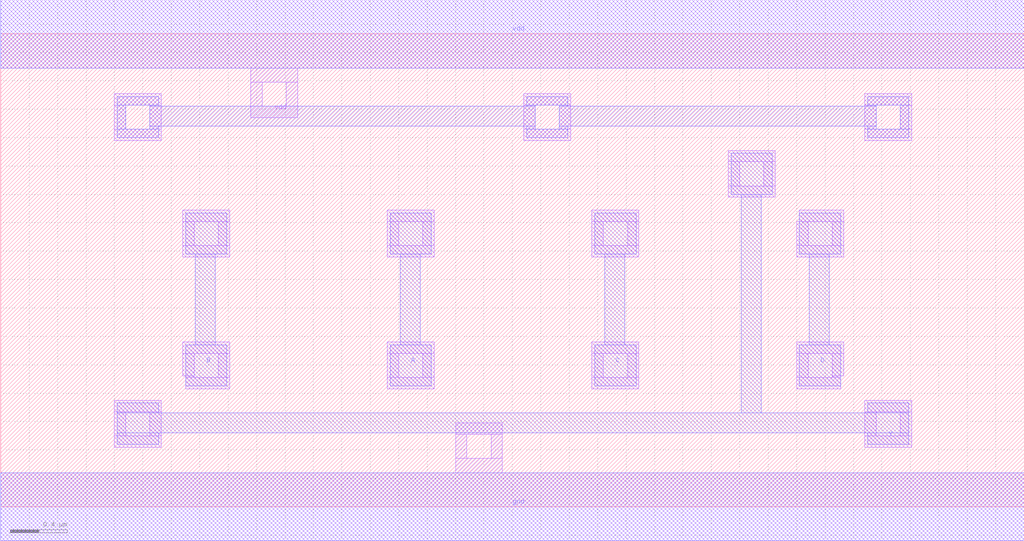
<source format=lef>
VERSION 5.7 ;
  NOWIREEXTENSIONATPIN ON ;
  DIVIDERCHAR "/" ;
  BUSBITCHARS "[]" ;
MACRO AOI22X1
  CLASS CORE ;
  FOREIGN AOI22X1 ;
  ORIGIN 0.000 0.000 ;
  SIZE 7.200 BY 3.330 ;
  SYMMETRY X Y R90 ;
  SITE unit ;
  PIN vdd
    DIRECTION INOUT ;
    USE POWER ;
    SHAPE ABUTMENT ;
    PORT
      LAYER met1 ;
        RECT 0.000 3.090 7.200 3.570 ;
    END
    PORT
      LAYER li1 ;
        RECT 0.000 3.090 7.200 3.570 ;
        RECT 1.760 2.990 2.090 3.090 ;
        RECT 1.760 2.820 1.840 2.990 ;
        RECT 2.010 2.820 2.090 2.990 ;
        RECT 1.760 2.740 2.090 2.820 ;
    END
  END vdd
  PIN gnd
    DIRECTION INOUT ;
    USE GROUND ;
    SHAPE ABUTMENT ;
    PORT
      LAYER met1 ;
        RECT 0.000 -0.240 7.200 0.240 ;
    END
    PORT
      LAYER li1 ;
        RECT 3.200 0.510 3.530 0.590 ;
        RECT 3.200 0.340 3.280 0.510 ;
        RECT 3.450 0.340 3.530 0.510 ;
        RECT 3.200 0.240 3.530 0.340 ;
        RECT 0.000 -0.240 7.200 0.240 ;
    END
  END gnd
  PIN Y
    DIRECTION INOUT ;
    USE SIGNAL ;
    SHAPE ABUTMENT ;
    PORT
      LAYER met1 ;
        RECT 5.140 2.200 5.430 2.490 ;
        RECT 0.820 0.660 1.110 0.730 ;
        RECT 5.210 0.660 5.350 2.200 ;
        RECT 6.100 0.660 6.390 0.730 ;
        RECT 0.820 0.520 6.390 0.660 ;
        RECT 0.820 0.440 1.110 0.520 ;
        RECT 6.100 0.440 6.390 0.520 ;
    END
  END Y
  PIN D
    DIRECTION INOUT ;
    USE SIGNAL ;
    SHAPE ABUTMENT ;
    PORT
      LAYER met1 ;
        RECT 5.620 1.780 5.910 2.070 ;
        RECT 5.690 1.140 5.830 1.780 ;
        RECT 5.620 0.850 5.910 1.140 ;
    END
  END D
  PIN A
    DIRECTION INOUT ;
    USE SIGNAL ;
    SHAPE ABUTMENT ;
    PORT
      LAYER met1 ;
        RECT 2.740 1.780 3.030 2.070 ;
        RECT 2.810 1.140 2.950 1.780 ;
        RECT 2.740 0.850 3.030 1.140 ;
    END
  END A
  PIN B
    DIRECTION INOUT ;
    USE SIGNAL ;
    SHAPE ABUTMENT ;
    PORT
      LAYER met1 ;
        RECT 1.300 1.780 1.590 2.070 ;
        RECT 1.370 1.140 1.510 1.780 ;
        RECT 1.300 0.850 1.590 1.140 ;
    END
  END B
  PIN C
    DIRECTION INOUT ;
    USE SIGNAL ;
    SHAPE ABUTMENT ;
    PORT
      LAYER met1 ;
        RECT 4.180 1.780 4.470 2.070 ;
        RECT 4.250 1.140 4.390 1.780 ;
        RECT 4.180 0.850 4.470 1.140 ;
    END
  END C
  OBS
      LAYER li1 ;
        RECT 0.800 2.830 1.130 2.910 ;
        RECT 0.800 2.660 0.880 2.830 ;
        RECT 1.050 2.660 1.130 2.830 ;
        RECT 0.800 2.580 1.130 2.660 ;
        RECT 3.680 2.830 4.010 2.910 ;
        RECT 3.680 2.660 3.760 2.830 ;
        RECT 3.930 2.660 4.010 2.830 ;
        RECT 3.680 2.580 4.010 2.660 ;
        RECT 6.080 2.830 6.410 2.910 ;
        RECT 6.080 2.660 6.160 2.830 ;
        RECT 6.330 2.660 6.410 2.830 ;
        RECT 6.080 2.580 6.410 2.660 ;
        RECT 5.120 2.430 5.450 2.510 ;
        RECT 5.120 2.260 5.200 2.430 ;
        RECT 5.370 2.260 5.450 2.430 ;
        RECT 5.120 2.180 5.450 2.260 ;
        RECT 1.280 2.010 1.610 2.090 ;
        RECT 1.280 1.840 1.360 2.010 ;
        RECT 1.530 1.840 1.610 2.010 ;
        RECT 1.280 1.760 1.610 1.840 ;
        RECT 2.720 2.010 3.050 2.090 ;
        RECT 2.720 1.840 2.800 2.010 ;
        RECT 2.970 1.840 3.050 2.010 ;
        RECT 2.720 1.760 3.050 1.840 ;
        RECT 4.160 2.010 4.490 2.090 ;
        RECT 5.620 2.010 5.930 2.090 ;
        RECT 4.160 1.840 4.240 2.010 ;
        RECT 4.410 1.840 4.490 2.010 ;
        RECT 4.160 1.760 4.490 1.840 ;
        RECT 5.600 1.840 5.680 2.010 ;
        RECT 5.850 1.840 5.930 2.010 ;
        RECT 5.600 1.760 5.930 1.840 ;
        RECT 1.280 1.080 1.610 1.160 ;
        RECT 1.280 0.920 1.360 1.080 ;
        RECT 1.300 0.910 1.360 0.920 ;
        RECT 1.530 0.910 1.610 1.080 ;
        RECT 1.300 0.830 1.610 0.910 ;
        RECT 2.720 1.080 3.050 1.160 ;
        RECT 2.720 0.910 2.800 1.080 ;
        RECT 2.970 0.910 3.050 1.080 ;
        RECT 2.720 0.830 3.050 0.910 ;
        RECT 4.160 1.080 4.490 1.160 ;
        RECT 4.160 0.910 4.240 1.080 ;
        RECT 4.410 0.910 4.490 1.080 ;
        RECT 4.160 0.830 4.490 0.910 ;
        RECT 5.600 1.080 5.930 1.160 ;
        RECT 5.600 0.910 5.680 1.080 ;
        RECT 5.850 0.920 5.930 1.080 ;
        RECT 5.850 0.910 5.910 0.920 ;
        RECT 5.600 0.830 5.910 0.910 ;
        RECT 0.800 0.670 1.130 0.750 ;
        RECT 0.800 0.500 0.880 0.670 ;
        RECT 1.050 0.500 1.130 0.670 ;
        RECT 0.800 0.420 1.130 0.500 ;
        RECT 6.080 0.670 6.410 0.750 ;
        RECT 6.080 0.500 6.160 0.670 ;
        RECT 6.330 0.500 6.410 0.670 ;
        RECT 6.080 0.420 6.410 0.500 ;
      LAYER met1 ;
        RECT 0.820 2.830 1.110 2.890 ;
        RECT 0.820 2.660 0.880 2.830 ;
        RECT 1.050 2.820 1.110 2.830 ;
        RECT 3.700 2.830 3.990 2.890 ;
        RECT 3.700 2.820 3.760 2.830 ;
        RECT 1.050 2.680 3.760 2.820 ;
        RECT 1.050 2.660 1.110 2.680 ;
        RECT 0.820 2.600 1.110 2.660 ;
        RECT 3.700 2.660 3.760 2.680 ;
        RECT 3.930 2.820 3.990 2.830 ;
        RECT 6.100 2.830 6.390 2.890 ;
        RECT 6.100 2.820 6.160 2.830 ;
        RECT 3.930 2.680 6.160 2.820 ;
        RECT 3.930 2.660 3.990 2.680 ;
        RECT 3.700 2.600 3.990 2.660 ;
        RECT 6.100 2.660 6.160 2.680 ;
        RECT 6.330 2.660 6.390 2.830 ;
        RECT 6.100 2.600 6.390 2.660 ;
  END
END AOI22X1
END LIBRARY


</source>
